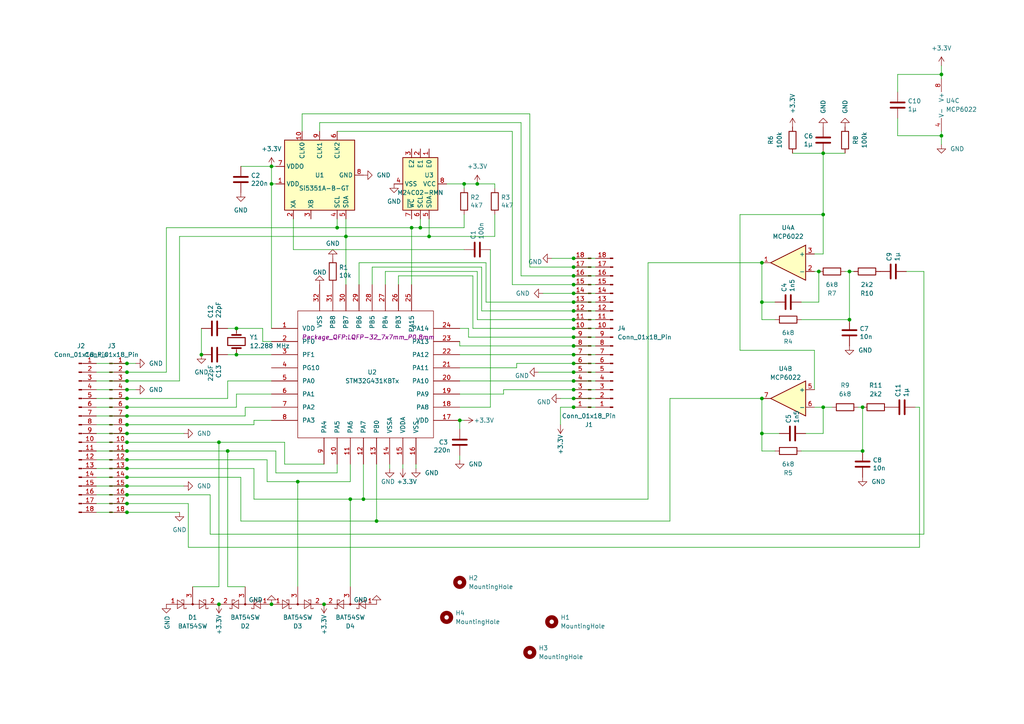
<source format=kicad_sch>
(kicad_sch (version 20250114) (generator "eeschema") (generator_version "9.0")
  (paper "A4")
  (title_block (title "SQUEOW!") (date "2025-02-17") (rev "v1.3") (comment 1 "square meow!"))
  (lib_symbols
    (symbol "Amplifier_Operational:MCP6022" (pin_names (offset 0.127))
      (property "Reference" "U" (at 0 5.08 0))
      (property "Value" "MCP6022" (at 0 -5.08 0))
      (symbol "MCP6022_1_1"
        (polyline (pts (xy -5.08 5.08) (xy 5.08 0) (xy -5.08 -5.08) (xy -5.08 5.08)) (stroke (width 0.254)) (fill (type background)))
        (pin input line (at -7.62 2.54 0) (length 2.54) (name "+") (number "3"))
        (pin input line (at -7.62 -2.54 0) (length 2.54) (name "-") (number "2"))
        (pin output line (at 7.62 0 180) (length 2.54) (name "~") (number "1"))
      )
      (symbol "MCP6022_2_1"
        (polyline (pts (xy -5.08 5.08) (xy 5.08 0) (xy -5.08 -5.08) (xy -5.08 5.08)) (stroke (width 0.254)) (fill (type background)))
        (pin input line (at -7.62 2.54 0) (length 2.54) (name "+") (number "5"))
        (pin input line (at -7.62 -2.54 0) (length 2.54) (name "-") (number "6"))
        (pin output line (at 7.62 0 180) (length 2.54) (name "~") (number "7"))
      )
      (symbol "MCP6022_3_1"
        (pin power_in line (at -2.54 7.62 270) (length 3.81) (name "V+") (number "8"))
        (pin power_in line (at -2.54 -7.62 90) (length 3.81) (name "V-") (number "4"))
      )
    )
    (symbol "Connector:Conn_01x18_Pin" (pin_names (offset 1.016) (hide yes))
      (property "Reference" "J" (at 0 22.86 0))
      (property "Value" "Conn_01x18_Pin" (at 0 -25.4 0))
      (symbol "Conn_01x18_Pin_1_1"
        (rectangle (start 0.8636 20.447) (end 0 20.193) (stroke (width 0.1524)) (fill (type outline)))
        (rectangle (start 0.8636 17.907) (end 0 17.653) (stroke (width 0.1524)) (fill (type outline)))
        (rectangle (start 0.8636 15.367) (end 0 15.113) (stroke (width 0.1524)) (fill (type outline)))
        (rectangle (start 0.8636 12.827) (end 0 12.573) (stroke (width 0.1524)) (fill (type outline)))
        (rectangle (start 0.8636 10.287) (end 0 10.033) (stroke (width 0.1524)) (fill (type outline)))
        (rectangle (start 0.8636 7.747) (end 0 7.493) (stroke (width 0.1524)) (fill (type outline)))
        (rectangle (start 0.8636 5.207) (end 0 4.953) (stroke (width 0.1524)) (fill (type outline)))
        (rectangle (start 0.8636 2.667) (end 0 2.413) (stroke (width 0.1524)) (fill (type outline)))
        (rectangle (start 0.8636 0.127) (end 0 -0.127) (stroke (width 0.1524)) (fill (type outline)))
        (rectangle (start 0.8636 -2.413) (end 0 -2.667) (stroke (width 0.1524)) (fill (type outline)))
        (rectangle (start 0.8636 -4.953) (end 0 -5.207) (stroke (width 0.1524)) (fill (type outline)))
        (rectangle (start 0.8636 -7.493) (end 0 -7.747) (stroke (width 0.1524)) (fill (type outline)))
        (rectangle (start 0.8636 -10.033) (end 0 -10.287) (stroke (width 0.1524)) (fill (type outline)))
        (rectangle (start 0.8636 -12.573) (end 0 -12.827) (stroke (width 0.1524)) (fill (type outline)))
        (rectangle (start 0.8636 -15.113) (end 0 -15.367) (stroke (width 0.1524)) (fill (type outline)))
        (rectangle (start 0.8636 -17.653) (end 0 -17.907) (stroke (width 0.1524)) (fill (type outline)))
        (rectangle (start 0.8636 -20.193) (end 0 -20.447) (stroke (width 0.1524)) (fill (type outline)))
        (rectangle (start 0.8636 -22.733) (end 0 -22.987) (stroke (width 0.1524)) (fill (type outline)))
        (polyline (pts (xy 1.27 20.32) (xy 0.8636 20.32)) (stroke (width 0.1524)))
        (polyline (pts (xy 1.27 17.78) (xy 0.8636 17.78)) (stroke (width 0.1524)))
        (polyline (pts (xy 1.27 15.24) (xy 0.8636 15.24)) (stroke (width 0.1524)))
        (polyline (pts (xy 1.27 12.7) (xy 0.8636 12.7)) (stroke (width 0.1524)))
        (polyline (pts (xy 1.27 10.16) (xy 0.8636 10.16)) (stroke (width 0.1524)))
        (polyline (pts (xy 1.27 7.62) (xy 0.8636 7.62)) (stroke (width 0.1524)))
        (polyline (pts (xy 1.27 5.08) (xy 0.8636 5.08)) (stroke (width 0.1524)))
        (polyline (pts (xy 1.27 2.54) (xy 0.8636 2.54)) (stroke (width 0.1524)))
        (polyline (pts (xy 1.27 0) (xy 0.8636 0)) (stroke (width 0.1524)))
        (polyline (pts (xy 1.27 -2.54) (xy 0.8636 -2.54)) (stroke (width 0.1524)))
        (polyline (pts (xy 1.27 -5.08) (xy 0.8636 -5.08)) (stroke (width 0.1524)))
        (polyline (pts (xy 1.27 -7.62) (xy 0.8636 -7.62)) (stroke (width 0.1524)))
        (polyline (pts (xy 1.27 -10.16) (xy 0.8636 -10.16)) (stroke (width 0.1524)))
        (polyline (pts (xy 1.27 -12.7) (xy 0.8636 -12.7)) (stroke (width 0.1524)))
        (polyline (pts (xy 1.27 -15.24) (xy 0.8636 -15.24)) (stroke (width 0.1524)))
        (polyline (pts (xy 1.27 -17.78) (xy 0.8636 -17.78)) (stroke (width 0.1524)))
        (polyline (pts (xy 1.27 -20.32) (xy 0.8636 -20.32)) (stroke (width 0.1524)))
        (polyline (pts (xy 1.27 -22.86) (xy 0.8636 -22.86)) (stroke (width 0.1524)))
        (pin passive line (at 5.08 20.32 180) (length 3.81) (name "Pin_1") (number "1"))
        (pin passive line (at 5.08 17.78 180) (length 3.81) (name "Pin_2") (number "2"))
        (pin passive line (at 5.08 15.24 180) (length 3.81) (name "Pin_3") (number "3"))
        (pin passive line (at 5.08 12.7 180) (length 3.81) (name "Pin_4") (number "4"))
        (pin passive line (at 5.08 10.16 180) (length 3.81) (name "Pin_5") (number "5"))
        (pin passive line (at 5.08 7.62 180) (length 3.81) (name "Pin_6") (number "6"))
        (pin passive line (at 5.08 5.08 180) (length 3.81) (name "Pin_7") (number "7"))
        (pin passive line (at 5.08 2.54 180) (length 3.81) (name "Pin_8") (number "8"))
        (pin passive line (at 5.08 0 180) (length 3.81) (name "Pin_9") (number "9"))
        (pin passive line (at 5.08 -2.54 180) (length 3.81) (name "Pin_10") (number "10"))
        (pin passive line (at 5.08 -5.08 180) (length 3.81) (name "Pin_11") (number "11"))
        (pin passive line (at 5.08 -7.62 180) (length 3.81) (name "Pin_12") (number "12"))
        (pin passive line (at 5.08 -10.16 180) (length 3.81) (name "Pin_13") (number "13"))
        (pin passive line (at 5.08 -12.7 180) (length 3.81) (name "Pin_14") (number "14"))
        (pin passive line (at 5.08 -15.24 180) (length 3.81) (name "Pin_15") (number "15"))
        (pin passive line (at 5.08 -17.78 180) (length 3.81) (name "Pin_16") (number "16"))
        (pin passive line (at 5.08 -20.32 180) (length 3.81) (name "Pin_17") (number "17"))
        (pin passive line (at 5.08 -22.86 180) (length 3.81) (name "Pin_18") (number "18"))
      )
    )
    (symbol "Device:C" (pin_numbers (hide yes)) (pin_names (offset 0.254))
      (property "Reference" "C" (at 0.635 2.54 0))
      (property "Value" "C" (at 0.635 -2.54 0))
      (symbol "C_0_1"
        (polyline (pts (xy -2.032 0.762) (xy 2.032 0.762)) (stroke (width 0.508)))
        (polyline (pts (xy -2.032 -0.762) (xy 2.032 -0.762)) (stroke (width 0.508)))
      )
      (symbol "C_1_1"
        (pin passive line (at 0 3.81 270) (length 2.794) (name "~") (number "1"))
        (pin passive line (at 0 -3.81 90) (length 2.794) (name "~") (number "2"))
      )
    )
    (symbol "Device:Crystal" (pin_numbers (hide yes)) (pin_names (offset 1.016) (hide yes))
      (property "Reference" "Y" (at 0 3.81 0))
      (property "Value" "Crystal" (at 0 -3.81 0))
      (symbol "Crystal_0_1"
        (polyline (pts (xy -2.54 0) (xy -1.905 0)))
        (polyline (pts (xy -1.905 -1.27) (xy -1.905 1.27)) (stroke (width 0.508)))
        (rectangle (start -1.143 2.54) (end 1.143 -2.54) (stroke (width 0.3048)))
        (polyline (pts (xy 1.905 -1.27) (xy 1.905 1.27)) (stroke (width 0.508)))
        (polyline (pts (xy 2.54 0) (xy 1.905 0)))
      )
      (symbol "Crystal_1_1"
        (pin passive line (at -3.81 0 0) (length 1.27) (name "1") (number "1"))
        (pin passive line (at 3.81 0 180) (length 1.27) (name "2") (number "2"))
      )
    )
    (symbol "Device:R" (pin_numbers (hide yes)) (pin_names (offset 0))
      (property "Reference" "R" (at 2.032 0 90))
      (property "Value" "Device_R" (at 0 0 90))
      (symbol "R_0_1"
        (rectangle (start -1.016 -2.54) (end 1.016 2.54) (stroke (width 0.254)))
      )
      (symbol "R_1_1"
        (pin passive line (at 0 3.81 270) (length 1.27) (name "~") (number "1"))
        (pin passive line (at 0 -3.81 90) (length 1.27) (name "~") (number "2"))
      )
    )
    (symbol "Diode:BAT54SW" (pin_names (offset 1.016))
      (property "Reference" "D" (at 0.635 -3.81 0))
      (property "Value" "BAT54SW" (at -6.35 3.175 0))
      (symbol "BAT54SW_0_1"
        (polyline (pts (xy -4.445 1.27) (xy -4.445 -1.27) (xy -2.54 0) (xy -4.445 1.27)))
        (polyline (pts (xy -3.81 0) (xy -1.27 0)))
        (polyline (pts (xy -3.175 -1.27) (xy -3.175 -1.016)))
        (polyline (pts (xy -2.54 1.27) (xy -1.905 1.27)))
        (polyline (pts (xy -2.54 -1.27) (xy -3.175 -1.27)))
        (polyline (pts (xy -2.54 -1.27) (xy -2.54 1.27)))
        (polyline (pts (xy -1.905 1.27) (xy -1.905 1.016)))
        (polyline (pts (xy -1.905 0) (xy 1.905 0)))
        (circle (center 0 0) (radius 0.254) (fill (type outline)))
        (polyline (pts (xy 1.27 0) (xy 3.81 0)))
        (polyline (pts (xy 1.905 1.27) (xy 1.905 -1.27) (xy 3.81 0) (xy 1.905 1.27)))
        (polyline (pts (xy 3.175 -1.27) (xy 3.175 -1.016)))
        (polyline (pts (xy 3.81 1.27) (xy 4.445 1.27)))
        (polyline (pts (xy 3.81 -1.27) (xy 3.175 -1.27)))
        (polyline (pts (xy 3.81 -1.27) (xy 3.81 1.27)))
        (polyline (pts (xy 4.445 1.27) (xy 4.445 1.016)))
      )
      (symbol "BAT54SW_1_1"
        (pin passive line (at -7.62 0 0) (length 3.81) (name "~") (number "1"))
        (pin passive line (at 0 -5.08 90) (length 5.08) (name "~") (number "3"))
        (pin passive line (at 7.62 0 180) (length 3.81) (name "~") (number "2"))
      )
    )
    (symbol "Mechanical:MountingHole" (pin_names (offset 1.016)) (exclude_from_sim yes) (in_bom no)
      (property "Reference" "H" (at 0 5.08 0))
      (property "Value" "MountingHole" (at 0 3.175 0))
      (symbol "MountingHole_0_1"
        (circle (center 0 0) (radius 1.27) (stroke (width 1.27)))
      )
    )
    (symbol "Memory_EEPROM:M24C02-RMN"
      (property "Reference" "U" (at -6.35 6.35 0))
      (property "Value" "Memory_EEPROM_M24C02-RMN" (at 7.62 6.35 0))
      (symbol "M24C02-RMN_0_1"
        (rectangle (start -7.62 5.08) (end 7.62 -5.08) (stroke (width 0.254)) (fill (type background)))
      )
      (symbol "M24C02-RMN_1_1"
        (pin input line (at -10.16 2.54 0) (length 2.54) (name "E0") (number "1"))
        (pin input line (at -10.16 0 0) (length 2.54) (name "E1") (number "2"))
        (pin input line (at -10.16 -2.54 0) (length 2.54) (name "E2") (number "3"))
        (pin power_in line (at 0 7.62 270) (length 2.54) (name "VCC") (number "8"))
        (pin power_in line (at 0 -7.62 90) (length 2.54) (name "VSS") (number "4"))
        (pin bidirectional line (at 10.16 2.54 180) (length 2.54) (name "SDA") (number "5"))
        (pin input line (at 10.16 0 180) (length 2.54) (name "SCL") (number "6"))
        (pin input line (at 10.16 -2.54 180) (length 2.54) (name "~{WC}") (number "7"))
      )
    )
    (symbol "Oscillator:Si5351A-B-GT"
      (property "Reference" "U" (at -8.89 11.43 0))
      (property "Value" "Si5351A-B-GT" (at -12.7 -12.7 0))
      (symbol "Si5351A-B-GT_0_1"
        (rectangle (start -10.16 10.16) (end 10.16 -10.16) (stroke (width 0.254)) (fill (type background)))
      )
      (symbol "Si5351A-B-GT_1_1"
        (pin input line (at -12.7 7.62 0) (length 2.54) (name "XA") (number "2"))
        (pin input line (at -12.7 2.54 0) (length 2.54) (name "XB") (number "3"))
        (pin input line (at -12.7 -5.08 0) (length 2.54) (name "SCL") (number "4"))
        (pin bidirectional line (at -12.7 -7.62 0) (length 2.54) (name "SDA") (number "5"))
        (pin power_in line (at -2.54 12.7 270) (length 2.54) (name "VDD") (number "1"))
        (pin power_in line (at 0 -12.7 90) (length 2.54) (name "GND") (number "8"))
        (pin power_in line (at 2.54 12.7 270) (length 2.54) (name "VDDO") (number "7"))
        (pin output line (at 12.7 5.08 180) (length 2.54) (name "CLK0") (number "10"))
        (pin output line (at 12.7 0 180) (length 2.54) (name "CLK1") (number "9"))
        (pin output line (at 12.7 -5.08 180) (length 2.54) (name "CLK2") (number "6"))
      )
    )
    (symbol "R_1" (pin_numbers (hide yes)) (pin_names (offset 0))
      (property "Reference" "R" (at 2.032 0 90))
      (property "Value" "R" (at 0 0 90))
      (symbol "R_1_0_1"
        (rectangle (start -1.016 -2.54) (end 1.016 2.54) (stroke (width 0.254)))
      )
      (symbol "R_1_1_1"
        (pin passive line (at 0 3.81 270) (length 1.27) (name "~") (number "1"))
        (pin passive line (at 0 -3.81 90) (length 1.27) (name "~") (number "2"))
      )
    )
    (symbol "cesco:STM32G431KBTx" (pin_names (offset 1.27))
      (property "Reference" "U" (at 0 2.54 0))
      (property "Value" "STM32G431KBTx" (at 0 -2.54 0))
      (property "Footprint" "LQFP32" (at 0 -5.08 0))
      (symbol "STM32G431KBTx_0_1"
        (rectangle (start -21.59 19.05) (end 17.78 -17.78))
      )
      (symbol "STM32G431KBTx_1_1"
        (pin power_in line (at -29.21 13.97 0) (length 7.62) (name "VDD") (number "1"))
        (pin bidirectional line (at -29.21 10.16 0) (length 7.62) (name "PF0") (number "2"))
        (pin bidirectional line (at -29.21 6.35 0) (length 7.62) (name "PF1") (number "3"))
        (pin bidirectional line (at -29.21 2.54 0) (length 7.62) (name "PG10") (number "4"))
        (pin bidirectional line (at -29.21 -1.27 0) (length 7.62) (name "PA0") (number "5"))
        (pin bidirectional line (at -29.21 -5.08 0) (length 7.62) (name "PA1") (number "6"))
        (pin bidirectional line (at -29.21 -8.89 0) (length 7.62) (name "PA2") (number "7"))
        (pin bidirectional line (at -29.21 -12.7 0) (length 7.62) (name "PA3") (number "8"))
        (pin power_in line (at -15.24 26.67 270) (length 7.62) (name "VSS") (number "32"))
        (pin bidirectional line (at -13.97 -25.4 90) (length 7.62) (name "PA4") (number "9"))
        (pin bidirectional line (at -11.43 26.67 270) (length 7.62) (name "PB8") (number "31"))
        (pin bidirectional line (at -10.16 -25.4 90) (length 7.62) (name "PA5") (number "10"))
        (pin bidirectional line (at -7.62 26.67 270) (length 7.62) (name "PB7") (number "30"))
        (pin bidirectional line (at -6.35 -25.4 90) (length 7.62) (name "PA6") (number "11"))
        (pin bidirectional line (at -3.81 26.67 270) (length 7.62) (name "PB6") (number "29"))
        (pin bidirectional line (at -2.54 -25.4 90) (length 7.62) (name "PA7") (number "12"))
        (pin bidirectional line (at 0 26.67 270) (length 7.62) (name "PB5") (number "28"))
        (pin bidirectional line (at 1.27 -25.4 90) (length 7.62) (name "PB0") (number "13"))
        (pin bidirectional line (at 3.81 26.67 270) (length 7.62) (name "PB4") (number "27"))
        (pin power_in line (at 5.08 -25.4 90) (length 7.62) (name "VSSA") (number "14"))
        (pin bidirectional line (at 7.62 26.67 270) (length 7.62) (name "PB3") (number "26"))
        (pin power_in line (at 8.89 -25.4 90) (length 7.62) (name "VDDA") (number "15"))
        (pin bidirectional line (at 11.43 26.67 270) (length 7.62) (name "PA15") (number "25"))
        (pin power_in line (at 12.7 -25.4 90) (length 7.62) (name "VSS") (number "16"))
        (pin bidirectional line (at 25.4 13.97 180) (length 7.62) (name "PA14") (number "24"))
        (pin bidirectional line (at 25.4 10.16 180) (length 7.62) (name "PA13") (number "23"))
        (pin bidirectional line (at 25.4 6.35 180) (length 7.62) (name "PA12") (number "22"))
        (pin bidirectional line (at 25.4 2.54 180) (length 7.62) (name "PA11") (number "21"))
        (pin bidirectional line (at 25.4 -1.27 180) (length 7.62) (name "PA10") (number "20"))
        (pin bidirectional line (at 25.4 -5.08 180) (length 7.62) (name "PA9") (number "19"))
        (pin bidirectional line (at 25.4 -8.89 180) (length 7.62) (name "PA8") (number "18"))
        (pin power_in line (at 25.4 -12.7 180) (length 7.62) (name "VDD") (number "17"))
      )
    )
    (symbol "power:+3.3V" (power) (pin_names (offset 0))
      (property "Value" "+3.3V" (at 0 3.556 0))
      (symbol "+3.3V_0_1"
        (polyline (pts (xy -0.762 1.27) (xy 0 2.54)))
        (polyline (pts (xy 0 2.54) (xy 0.762 1.27)))
        (polyline (pts (xy 0 0) (xy 0 2.54)))
      )
      (symbol "+3.3V_1_1"
        (pin power_in line (at 0 0 90) (length 0) (hide yes) (name "+3.3V") (number "1"))
      )
    )
    (symbol "power:GND" (power) (pin_names (offset 0))
      (property "Value" "GND" (at 0 -3.81 0))
      (symbol "GND_0_1"
        (polyline (pts (xy 0 0) (xy 0 -1.27) (xy 1.27 -1.27) (xy 0 -2.54) (xy -1.27 -1.27) (xy 0 -1.27)))
      )
      (symbol "GND_1_1"
        (pin power_in line (at 0 0 270) (length 0) (hide yes) (name "GND") (number "1"))
      )
    )
  )
  (junction (at 220.98 115.57))
  (junction (at 119.38 66.04))
  (junction (at 166.37 100.33))
  (junction (at 220.98 76.2))
  (junction (at 273.05 39.37))
  (junction (at 97.79 66.04))
  (junction (at 238.76 44.45))
  (junction (at 133.35 121.92))
  (junction (at 36.83 110.49))
  (junction (at 101.6 144.78))
  (junction (at 220.98 87.63))
  (junction (at 36.83 133.35))
  (junction (at 220.98 125.73))
  (junction (at 36.83 138.43))
  (junction (at 36.83 130.81))
  (junction (at 166.37 95.25))
  (junction (at 36.83 128.27))
  (junction (at 138.43 53.34))
  (junction (at 36.83 148.59))
  (junction (at 166.37 118.11))
  (junction (at 36.83 118.11))
  (junction (at 166.37 74.93))
  (junction (at 66.04 130.81))
  (junction (at 238.76 62.23))
  (junction (at 273.05 21.59))
  (junction (at 100.33 68.58))
  (junction (at 63.5 175.26))
  (junction (at 166.37 110.49))
  (junction (at 166.37 77.47))
  (junction (at 93.98 175.26))
  (junction (at 86.36 139.7))
  (junction (at 246.38 78.74))
  (junction (at 121.92 66.04))
  (junction (at 250.19 118.11))
  (junction (at 134.62 53.34))
  (junction (at 166.37 107.95))
  (junction (at 68.58 95.25))
  (junction (at 166.37 80.01))
  (junction (at 105.41 144.78))
  (junction (at 238.76 118.11))
  (junction (at 124.46 68.58))
  (junction (at 36.83 105.41))
  (junction (at 36.83 120.65))
  (junction (at 36.83 140.97))
  (junction (at 36.83 125.73))
  (junction (at 246.38 92.71))
  (junction (at 78.74 53.34))
  (junction (at 166.37 113.03))
  (junction (at 36.83 143.51))
  (junction (at 250.19 130.81))
  (junction (at 166.37 85.09))
  (junction (at 63.5 128.27))
  (junction (at 166.37 105.41))
  (junction (at 166.37 97.79))
  (junction (at 237.49 78.74))
  (junction (at 166.37 92.71))
  (junction (at 36.83 113.03))
  (junction (at 166.37 102.87))
  (junction (at 36.83 123.19))
  (junction (at 166.37 87.63))
  (junction (at 166.37 90.17))
  (junction (at 68.58 102.87))
  (junction (at 36.83 135.89))
  (junction (at 166.37 115.57))
  (junction (at 78.74 48.26))
  (junction (at 58.42 102.87))
  (junction (at 78.74 175.26))
  (junction (at 166.37 82.55))
  (junction (at 36.83 146.05))
  (junction (at 36.83 107.95))
  (junction (at 36.83 115.57))
  (junction (at 109.22 151.13))
  (wire (pts (xy 260.35 34.29) (xy 260.35 39.37)))
  (wire (pts (xy 220.98 130.81) (xy 220.98 125.73)))
  (wire (pts (xy 85.09 72.39) (xy 85.09 63.5)))
  (wire (pts (xy 129.54 53.34) (xy 134.62 53.34)))
  (wire (pts (xy 166.37 105.41) (xy 172.72 105.41)))
  (wire (pts (xy 36.83 107.95) (xy 48.26 107.95)))
  (wire (pts (xy 238.76 44.45) (xy 238.76 62.23)))
  (wire (pts (xy 107.95 82.55) (xy 107.95 77.47)))
  (wire (pts (xy 66.04 102.87) (xy 68.58 102.87)))
  (wire (pts (xy 133.35 99.06) (xy 133.35 100.33)))
  (wire (pts (xy 36.83 120.65) (xy 71.12 120.65)))
  (wire (pts (xy 97.79 137.16) (xy 80.01 137.16)))
  (wire (pts (xy 52.07 68.58) (xy 100.33 68.58)))
  (wire (pts (xy 68.58 114.3) (xy 78.74 114.3)))
  (wire (pts (xy 134.62 121.92) (xy 133.35 121.92)))
  (wire (pts (xy 214.63 101.6) (xy 214.63 62.23)))
  (wire (pts (xy 36.83 133.35) (xy 77.47 133.35)))
  (wire (pts (xy 220.98 76.2) (xy 220.98 87.63)))
  (wire (pts (xy 80.01 137.16) (xy 80.01 130.81)))
  (wire (pts (xy 100.33 68.58) (xy 100.33 82.55)))
  (wire (pts (xy 134.62 53.34) (xy 134.62 54.61)))
  (wire (pts (xy 36.83 135.89) (xy 73.66 135.89)))
  (wire (pts (xy 71.12 118.11) (xy 78.74 118.11)))
  (wire (pts (xy 153.67 33.02) (xy 153.67 77.47)))
  (wire (pts (xy 104.14 82.55) (xy 104.14 76.2)))
  (wire (pts (xy 166.37 80.01) (xy 172.72 80.01)))
  (wire (pts (xy 260.35 39.37) (xy 273.05 39.37)))
  (wire (pts (xy 166.37 113.03) (xy 172.72 113.03)))
  (wire (pts (xy 238.76 73.66) (xy 236.22 73.66)))
  (wire (pts (xy 194.31 115.57) (xy 220.98 115.57)))
  (wire (pts (xy 273.05 39.37) (xy 273.05 38.1)))
  (wire (pts (xy 246.38 78.74) (xy 247.65 78.74)))
  (wire (pts (xy 63.5 170.18) (xy 63.5 128.27)))
  (wire (pts (xy 92.71 35.56) (xy 151.13 35.56)))
  (wire (pts (xy 78.74 48.26) (xy 80.01 48.26)))
  (wire (pts (xy 36.83 115.57) (xy 66.04 115.57)))
  (wire (pts (xy 133.35 132.08) (xy 133.35 133.35)))
  (wire (pts (xy 36.83 146.05) (xy 27.94 146.05)))
  (wire (pts (xy 236.22 101.6) (xy 214.63 101.6)))
  (wire (pts (xy 237.49 87.63) (xy 237.49 78.74)))
  (wire (pts (xy 36.83 143.51) (xy 60.96 143.51)))
  (wire (pts (xy 238.76 62.23) (xy 238.76 73.66)))
  (wire (pts (xy 133.35 102.87) (xy 166.37 102.87)))
  (wire (pts (xy 220.98 125.73) (xy 220.98 115.57)))
  (wire (pts (xy 78.74 53.34) (xy 78.74 48.26)))
  (wire (pts (xy 82.55 128.27) (xy 82.55 134.62)))
  (wire (pts (xy 60.96 143.51) (xy 60.96 154.94)))
  (wire (pts (xy 238.76 44.45) (xy 245.11 44.45)))
  (wire (pts (xy 73.66 135.89) (xy 73.66 144.78)))
  (wire (pts (xy 266.7 158.75) (xy 266.7 118.11)))
  (wire (pts (xy 220.98 130.81) (xy 224.79 130.81)))
  (wire (pts (xy 166.37 90.17) (xy 172.72 90.17)))
  (wire (pts (xy 73.66 123.19) (xy 73.66 121.92)))
  (wire (pts (xy 36.83 105.41) (xy 39.37 105.41)))
  (wire (pts (xy 135.89 97.79) (xy 166.37 97.79)))
  (wire (pts (xy 137.16 95.25) (xy 166.37 95.25)))
  (wire (pts (xy 27.94 130.81) (xy 36.83 130.81)))
  (wire (pts (xy 166.37 77.47) (xy 172.72 77.47)))
  (wire (pts (xy 140.97 76.2) (xy 140.97 87.63)))
  (wire (pts (xy 36.83 140.97) (xy 53.34 140.97)))
  (wire (pts (xy 121.92 63.5) (xy 121.92 66.04)))
  (wire (pts (xy 71.12 120.65) (xy 71.12 118.11)))
  (wire (pts (xy 220.98 92.71) (xy 220.98 87.63)))
  (wire (pts (xy 100.33 63.5) (xy 100.33 68.58)))
  (wire (pts (xy 139.7 90.17) (xy 166.37 90.17)))
  (wire (pts (xy 27.94 110.49) (xy 36.83 110.49)))
  (wire (pts (xy 265.43 118.11) (xy 266.7 118.11)))
  (wire (pts (xy 120.65 135.89) (xy 120.65 134.62)))
  (wire (pts (xy 151.13 35.56) (xy 151.13 80.01)))
  (wire (pts (xy 66.04 110.49) (xy 78.74 110.49)))
  (wire (pts (xy 27.94 105.41) (xy 36.83 105.41)))
  (wire (pts (xy 86.36 139.7) (xy 86.36 170.18)))
  (wire (pts (xy 58.42 95.25) (xy 58.42 102.87)))
  (wire (pts (xy 224.79 92.71) (xy 220.98 92.71)))
  (wire (pts (xy 160.02 74.93) (xy 166.37 74.93)))
  (wire (pts (xy 27.94 140.97) (xy 36.83 140.97)))
  (wire (pts (xy 115.57 82.55) (xy 115.57 80.01)))
  (wire (pts (xy 148.59 82.55) (xy 166.37 82.55)))
  (wire (pts (xy 133.35 114.3) (xy 146.05 114.3)))
  (wire (pts (xy 143.51 68.58) (xy 124.46 68.58)))
  (wire (pts (xy 166.37 102.87) (xy 172.72 102.87)))
  (wire (pts (xy 69.85 48.26) (xy 78.74 48.26)))
  (wire (pts (xy 138.43 78.74) (xy 138.43 92.71)))
  (wire (pts (xy 36.83 146.05) (xy 54.61 146.05)))
  (wire (pts (xy 76.2 99.06) (xy 76.2 95.25)))
  (wire (pts (xy 133.35 110.49) (xy 166.37 110.49)))
  (wire (pts (xy 27.94 118.11) (xy 36.83 118.11)))
  (wire (pts (xy 27.94 107.95) (xy 36.83 107.95)))
  (wire (pts (xy 133.35 95.25) (xy 135.89 95.25)))
  (wire (pts (xy 142.24 72.39) (xy 142.24 118.11)))
  (wire (pts (xy 166.37 92.71) (xy 172.72 92.71)))
  (wire (pts (xy 116.84 134.62) (xy 116.84 135.89)))
  (wire (pts (xy 107.95 77.47) (xy 139.7 77.47)))
  (wire (pts (xy 143.51 62.23) (xy 143.51 68.58)))
  (wire (pts (xy 78.74 53.34) (xy 80.01 53.34)))
  (wire (pts (xy 267.97 78.74) (xy 267.97 154.94)))
  (wire (pts (xy 133.35 121.92) (xy 133.35 124.46)))
  (wire (pts (xy 105.41 144.78) (xy 187.96 144.78)))
  (wire (pts (xy 166.37 118.11) (xy 172.72 118.11)))
  (wire (pts (xy 187.96 76.2) (xy 220.98 76.2)))
  (wire (pts (xy 166.37 115.57) (xy 172.72 115.57)))
  (wire (pts (xy 54.61 158.75) (xy 54.61 146.05)))
  (wire (pts (xy 166.37 85.09) (xy 172.72 85.09)))
  (wire (pts (xy 232.41 130.81) (xy 250.19 130.81)))
  (wire (pts (xy 97.79 38.1) (xy 148.59 38.1)))
  (wire (pts (xy 86.36 139.7) (xy 77.47 139.7)))
  (wire (pts (xy 143.51 53.34) (xy 143.51 54.61)))
  (wire (pts (xy 109.22 134.62) (xy 109.22 151.13)))
  (wire (pts (xy 27.94 135.89) (xy 36.83 135.89)))
  (wire (pts (xy 262.89 78.74) (xy 267.97 78.74)))
  (wire (pts (xy 36.83 113.03) (xy 39.37 113.03)))
  (wire (pts (xy 166.37 110.49) (xy 172.72 110.49)))
  (wire (pts (xy 238.76 118.11) (xy 236.22 118.11)))
  (wire (pts (xy 149.86 106.68) (xy 149.86 105.41)))
  (wire (pts (xy 27.94 115.57) (xy 36.83 115.57)))
  (wire (pts (xy 78.74 53.34) (xy 78.74 95.25)))
  (wire (pts (xy 229.87 44.45) (xy 238.76 44.45)))
  (wire (pts (xy 66.04 130.81) (xy 66.04 170.18)))
  (wire (pts (xy 134.62 53.34) (xy 138.43 53.34)))
  (wire (pts (xy 27.94 138.43) (xy 36.83 138.43)))
  (wire (pts (xy 157.48 85.09) (xy 166.37 85.09)))
  (wire (pts (xy 27.94 120.65) (xy 36.83 120.65)))
  (wire (pts (xy 52.07 110.49) (xy 52.07 68.58)))
  (wire (pts (xy 149.86 105.41) (xy 166.37 105.41)))
  (wire (pts (xy 194.31 151.13) (xy 194.31 115.57)))
  (wire (pts (xy 73.66 121.92) (xy 78.74 121.92)))
  (wire (pts (xy 97.79 66.04) (xy 97.79 63.5)))
  (wire (pts (xy 238.76 125.73) (xy 238.76 118.11)))
  (wire (pts (xy 166.37 100.33) (xy 172.72 100.33)))
  (wire (pts (xy 267.97 154.94) (xy 60.96 154.94)))
  (wire (pts (xy 187.96 76.2) (xy 187.96 144.78)))
  (wire (pts (xy 97.79 66.04) (xy 48.26 66.04)))
  (wire (pts (xy 105.41 134.62) (xy 105.41 144.78)))
  (wire (pts (xy 273.05 41.91) (xy 273.05 39.37)))
  (wire (pts (xy 109.22 151.13) (xy 194.31 151.13)))
  (wire (pts (xy 27.94 148.59) (xy 36.83 148.59)))
  (wire (pts (xy 104.14 76.2) (xy 140.97 76.2)))
  (wire (pts (xy 36.83 130.81) (xy 66.04 130.81)))
  (wire (pts (xy 135.89 95.25) (xy 135.89 97.79)))
  (wire (pts (xy 248.92 118.11) (xy 250.19 118.11)))
  (wire (pts (xy 133.35 106.68) (xy 149.86 106.68)))
  (wire (pts (xy 142.24 118.11) (xy 133.35 118.11)))
  (wire (pts (xy 36.83 110.49) (xy 52.07 110.49)))
  (wire (pts (xy 166.37 95.25) (xy 172.72 95.25)))
  (wire (pts (xy 77.47 139.7) (xy 77.47 133.35)))
  (wire (pts (xy 146.05 113.03) (xy 166.37 113.03)))
  (wire (pts (xy 134.62 66.04) (xy 134.62 62.23)))
  (wire (pts (xy 273.05 19.05) (xy 273.05 21.59)))
  (wire (pts (xy 36.83 118.11) (xy 68.58 118.11)))
  (wire (pts (xy 137.16 80.01) (xy 137.16 95.25)))
  (wire (pts (xy 166.37 87.63) (xy 172.72 87.63)))
  (wire (pts (xy 27.94 113.03) (xy 36.83 113.03)))
  (wire (pts (xy 273.05 21.59) (xy 273.05 22.86)))
  (wire (pts (xy 153.67 77.47) (xy 166.37 77.47)))
  (wire (pts (xy 101.6 134.62) (xy 101.6 139.7)))
  (wire (pts (xy 36.83 128.27) (xy 63.5 128.27)))
  (wire (pts (xy 105.41 144.78) (xy 101.6 144.78)))
  (wire (pts (xy 140.97 87.63) (xy 166.37 87.63)))
  (wire (pts (xy 27.94 143.51) (xy 36.83 143.51)))
  (wire (pts (xy 246.38 78.74) (xy 245.11 78.74)))
  (wire (pts (xy 97.79 66.04) (xy 119.38 66.04)))
  (wire (pts (xy 48.26 66.04) (xy 48.26 107.95)))
  (wire (pts (xy 68.58 102.87) (xy 78.74 102.87)))
  (wire (pts (xy 250.19 130.81) (xy 250.19 118.11)))
  (wire (pts (xy 166.37 82.55) (xy 172.72 82.55)))
  (wire (pts (xy 87.63 33.02) (xy 153.67 33.02)))
  (wire (pts (xy 66.04 115.57) (xy 66.04 110.49)))
  (wire (pts (xy 36.83 148.59) (xy 52.07 148.59)))
  (wire (pts (xy 166.37 74.93) (xy 172.72 74.93)))
  (wire (pts (xy 100.33 68.58) (xy 124.46 68.58)))
  (wire (pts (xy 138.43 92.71) (xy 166.37 92.71)))
  (wire (pts (xy 71.12 170.18) (xy 66.04 170.18)))
  (wire (pts (xy 76.2 95.25) (xy 68.58 95.25)))
  (wire (pts (xy 214.63 62.23) (xy 238.76 62.23)))
  (wire (pts (xy 166.37 107.95) (xy 172.72 107.95)))
  (wire (pts (xy 63.5 128.27) (xy 82.55 128.27)))
  (wire (pts (xy 80.01 130.81) (xy 66.04 130.81)))
  (wire (pts (xy 69.85 138.43) (xy 69.85 151.13)))
  (wire (pts (xy 27.94 123.19) (xy 36.83 123.19)))
  (wire (pts (xy 92.71 38.1) (xy 92.71 35.56)))
  (wire (pts (xy 27.94 125.73) (xy 36.83 125.73)))
  (wire (pts (xy 260.35 26.67) (xy 260.35 21.59)))
  (wire (pts (xy 121.92 66.04) (xy 134.62 66.04)))
  (wire (pts (xy 162.56 118.11) (xy 162.56 123.19)))
  (wire (pts (xy 233.68 125.73) (xy 238.76 125.73)))
  (wire (pts (xy 27.94 128.27) (xy 36.83 128.27)))
  (wire (pts (xy 36.83 125.73) (xy 53.34 125.73)))
  (wire (pts (xy 54.61 158.75) (xy 266.7 158.75)))
  (wire (pts (xy 224.79 87.63) (xy 220.98 87.63)))
  (wire (pts (xy 101.6 139.7) (xy 86.36 139.7)))
  (wire (pts (xy 236.22 113.03) (xy 236.22 101.6)))
  (wire (pts (xy 115.57 80.01) (xy 137.16 80.01)))
  (wire (pts (xy 97.79 134.62) (xy 97.79 137.16)))
  (wire (pts (xy 151.13 80.01) (xy 166.37 80.01)))
  (wire (pts (xy 27.94 133.35) (xy 36.83 133.35)))
  (wire (pts (xy 220.98 125.73) (xy 226.06 125.73)))
  (wire (pts (xy 156.21 107.95) (xy 166.37 107.95)))
  (wire (pts (xy 133.35 100.33) (xy 166.37 100.33)))
  (wire (pts (xy 69.85 151.13) (xy 109.22 151.13)))
  (wire (pts (xy 260.35 21.59) (xy 273.05 21.59)))
  (wire (pts (xy 111.76 78.74) (xy 138.43 78.74)))
  (wire (pts (xy 101.6 144.78) (xy 101.6 170.18)))
  (wire (pts (xy 36.83 138.43) (xy 69.85 138.43)))
  (wire (pts (xy 119.38 66.04) (xy 121.92 66.04)))
  (wire (pts (xy 124.46 68.58) (xy 124.46 63.5)))
  (wire (pts (xy 55.88 170.18) (xy 63.5 170.18)))
  (wire (pts (xy 78.74 99.06) (xy 76.2 99.06)))
  (wire (pts (xy 166.37 97.79) (xy 172.72 97.79)))
  (wire (pts (xy 146.05 114.3) (xy 146.05 113.03)))
  (wire (pts (xy 66.04 95.25) (xy 68.58 95.25)))
  (wire (pts (xy 232.41 87.63) (xy 237.49 87.63)))
  (wire (pts (xy 232.41 92.71) (xy 246.38 92.71)))
  (wire (pts (xy 101.6 144.78) (xy 73.66 144.78)))
  (wire (pts (xy 138.43 53.34) (xy 143.51 53.34)))
  (wire (pts (xy 134.62 72.39) (xy 85.09 72.39)))
  (wire (pts (xy 237.49 78.74) (xy 236.22 78.74)))
  (wire (pts (xy 111.76 82.55) (xy 111.76 78.74)))
  (wire (pts (xy 162.56 115.57) (xy 166.37 115.57)))
  (wire (pts (xy 119.38 66.04) (xy 119.38 82.55)))
  (wire (pts (xy 36.83 123.19) (xy 73.66 123.19)))
  (wire (pts (xy 246.38 92.71) (xy 246.38 78.74)))
  (wire (pts (xy 113.03 134.62) (xy 113.03 135.89)))
  (wire (pts (xy 241.3 118.11) (xy 238.76 118.11)))
  (wire (pts (xy 82.55 134.62) (xy 93.98 134.62)))
  (wire (pts (xy 148.59 38.1) (xy 148.59 82.55)))
  (wire (pts (xy 87.63 38.1) (xy 87.63 33.02)))
  (wire (pts (xy 162.56 118.11) (xy 166.37 118.11)))
  (wire (pts (xy 68.58 118.11) (xy 68.58 114.3)))
  (wire (pts (xy 139.7 77.47) (xy 139.7 90.17)))
  (symbol (lib_id "Device:C") (at 250.19 134.62 0) (unit 1)
    (property "Reference" "C8" (at 253.111 133.4516 0) (effects (justify left)))
    (property "Value" "10n" (at 253.111 135.763 0) (effects (justify left)))
    (property "Footprint" "Capacitor_SMD:C_1210_3225Metric_Pad1.33x2.70mm_HandSolder" (effects (hide yes)))
  )
  (symbol (lib_id "power:GND") (at 52.07 148.59 0) (unit 1)
    (property "Reference" "#PWR031" (effects (hide yes)))
    (property "Value" "GND" (at 52.07 153.67 0))
  )
  (symbol (lib_name "R_1") (lib_id "Device:R") (at 251.46 78.74 270) (unit 1)
    (property "Reference" "R10" (at 251.46 85.09 90))
    (property "Value" "2k2" (at 251.46 82.55 90))
    (property "Footprint" "Resistor_SMD:R_1206_3216Metric_Pad1.30x1.75mm_HandSolder" (effects (hide yes)))
    (property "Description" "Resistor" (effects (hide yes)))
  )
  (symbol (lib_id "power:GND") (at 160.02 74.93 270) (mirror x) (unit 1)
    (property "Reference" "#PWR034" (effects (hide yes)))
    (property "Value" "GND" (at 153.162 75.946 90) (effects (justify left)))
  )
  (symbol (lib_id "power:+3.3V") (at 78.74 48.26 0) (unit 1)
    (property "Reference" "#PWR03" (effects (hide yes)))
    (property "Value" "+3.3V" (at 78.74 43.18 0))
  )
  (symbol (lib_id "Mechanical:MountingHole") (at 133.35 168.91 0) (unit 1) (exclude_from_sim yes) (in_bom no)
    (property "Reference" "H2" (at 135.89 167.6399 0) (effects (justify left)))
    (property "Value" "MountingHole" (at 135.89 170.1799 0) (effects (justify left)))
    (property "Footprint" "MountingHole:MountingHole_3.2mm_M3_DIN965_Pad_TopOnly" (effects (hide yes)))
    (property "Description" "Mounting Hole without connection" (effects (hide yes)))
  )
  (symbol (lib_id "Amplifier_Operational:MCP6022") (at 228.6 76.2 0) (mirror y) (unit 1)
    (property "Reference" "U4" (at 228.6 66.04 0))
    (property "Value" "MCP6022" (at 228.6 68.58 0))
    (property "Footprint" "Package_SO:SOIC-8_3.9x4.9mm_P1.27mm" (effects (hide yes)))
    (property "Datasheet" "http://ww1.microchip.com/downloads/en/devicedoc/20001685e.pdf" (effects (hide yes)))
    (property "Description" "Dual Operational Amplifiers, Rail-to-Rail Input/Output, DIP-8/SOIC-8/TSSOP-8" (effects (hide yes)))
  )
  (symbol (lib_id "Device:R") (at 134.62 58.42 0) (unit 1)
    (property "Reference" "R2" (at 136.398 57.2516 0) (effects (justify left)))
    (property "Value" "4k7" (at 136.398 59.563 0) (effects (justify left)))
    (property "Footprint" "Resistor_SMD:R_1206_3216Metric_Pad1.30x1.75mm_HandSolder" (effects (hide yes)))
  )
  (symbol (lib_id "Oscillator:Si5351A-B-GT") (at 92.71 50.8 90) (unit 1)
    (property "Reference" "U1" (at 92.71 50.8 90))
    (property "Value" "Si5351A-B-GT" (at 93.98 54.61 90))
    (property "Footprint" "Package_SO:MSOP-10_3x3mm_P0.5mm" (effects (hide yes)))
    (property "Datasheet" "https://www.silabs.com/documents/public/data-sheets/Si5351-B.pdf" (effects (hide yes)))
  )
  (symbol (lib_id "Device:C") (at 261.62 118.11 90) (unit 1)
    (property "Reference" "C11" (at 260.4516 115.189 0) (effects (justify left)))
    (property "Value" "1µ" (at 262.763 115.189 0) (effects (justify left)))
    (property "Footprint" "Capacitor_SMD:C_1210_3225Metric_Pad1.33x2.70mm_HandSolder" (effects (hide yes)))
  )
  (symbol (lib_id "power:GND") (at 105.41 50.8 90) (unit 1)
    (property "Reference" "#PWR07" (effects (hide yes)))
    (property "Value" "GND" (at 109.22 50.7999 90) (effects (justify right)))
  )
  (symbol (lib_id "Device:C") (at 229.87 125.73 90) (unit 1)
    (property "Reference" "C5" (at 228.7016 122.809 0) (effects (justify left)))
    (property "Value" "1n5" (at 231.013 122.809 0) (effects (justify left)))
    (property "Footprint" "Capacitor_SMD:C_1210_3225Metric_Pad1.33x2.70mm_HandSolder" (effects (hide yes)))
  )
  (symbol (lib_id "Device:R") (at 96.52 78.74 0) (unit 1)
    (property "Reference" "R1" (at 98.298 77.5716 0) (effects (justify left)))
    (property "Value" "10k" (at 98.298 79.883 0) (effects (justify left)))
    (property "Footprint" "Resistor_SMD:R_1206_3216Metric_Pad1.30x1.75mm_HandSolder" (effects (hide yes)))
  )
  (symbol (lib_id "Diode:BAT54SW") (at 71.12 175.26 180) (unit 1)
    (property "Reference" "D2" (at 71.12 181.61 0))
    (property "Value" "BAT54SW" (at 71.12 179.07 0))
    (property "Footprint" "Package_TO_SOT_SMD:SOT-323_SC-70" (effects (hide yes)))
    (property "Datasheet" "https://assets.nexperia.com/documents/data-sheet/BAT54W_SER.pdf" (effects (hide yes)))
  )
  (symbol (lib_name "R_1") (lib_id "Device:R") (at 229.87 40.64 0) (mirror y) (unit 1)
    (property "Reference" "R6" (at 223.52 40.64 90))
    (property "Value" "100k" (at 226.06 40.64 90))
    (property "Footprint" "Resistor_SMD:R_1206_3216Metric_Pad1.30x1.75mm_HandSolder" (effects (hide yes)))
    (property "Description" "Resistor" (effects (hide yes)))
  )
  (symbol (lib_id "power:GND") (at 156.21 107.95 270) (mirror x) (unit 1)
    (property "Reference" "#PWR017" (effects (hide yes)))
    (property "Value" "GND" (at 149.352 108.966 90) (effects (justify left)))
  )
  (symbol (lib_id "Amplifier_Operational:MCP6022") (at 275.59 30.48 0) (unit 3)
    (property "Reference" "U4" (at 274.32 29.2099 0) (effects (justify left)))
    (property "Value" "MCP6022" (at 274.32 31.7499 0) (effects (justify left)))
    (property "Footprint" "Package_SO:SOIC-8_3.9x4.9mm_P1.27mm" (effects (hide yes)))
    (property "Datasheet" "http://ww1.microchip.com/downloads/en/devicedoc/20001685e.pdf" (effects (hide yes)))
    (property "Description" "Dual Operational Amplifiers, Rail-to-Rail Input/Output, DIP-8/SOIC-8/TSSOP-8" (effects (hide yes)))
  )
  (symbol (lib_id "Mechanical:MountingHole") (at 160.02 180.34 0) (unit 1) (exclude_from_sim yes) (in_bom no)
    (property "Reference" "H1" (at 162.56 179.0699 0) (effects (justify left)))
    (property "Value" "MountingHole" (at 162.56 181.6099 0) (effects (justify left)))
    (property "Footprint" "MountingHole:MountingHole_3.2mm_M3_DIN965_Pad_TopOnly" (effects (hide yes)))
    (property "Description" "Mounting Hole without connection" (effects (hide yes)))
  )
  (symbol (lib_id "Mechanical:MountingHole") (at 153.67 189.23 0) (unit 1) (exclude_from_sim yes) (in_bom no)
    (property "Reference" "H3" (at 156.21 187.9599 0) (effects (justify left)))
    (property "Value" "MountingHole" (at 156.21 190.4999 0) (effects (justify left)))
    (property "Footprint" "MountingHole:MountingHole_3.2mm_M3_DIN965_Pad_TopOnly" (effects (hide yes)))
    (property "Description" "Mounting Hole without connection" (effects (hide yes)))
  )
  (symbol (lib_id "Device:C") (at 69.85 52.07 0) (unit 1)
    (property "Reference" "C2" (at 72.771 50.9016 0) (effects (justify left)))
    (property "Value" "220n" (at 72.771 53.213 0) (effects (justify left)))
    (property "Footprint" "Capacitor_SMD:C_1210_3225Metric_Pad1.33x2.70mm_HandSolder" (effects (hide yes)))
  )
  (symbol (lib_id "Connector:Conn_01x18_Pin") (at 177.8 97.79 180) (unit 1)
    (property "Reference" "J4" (at 179.07 95.2499 0) (effects (justify right)))
    (property "Value" "Conn_01x18_Pin" (at 179.07 97.7899 0) (effects (justify right)))
    (property "Footprint" "Connector_PinHeader_2.54mm:PinHeader_1x18_P2.54mm_Vertical_SMD_Pin1Left" (effects (hide yes)))
    (property "Description" "Generic connector, single row, 01x18, script generated" (effects (hide yes)))
  )
  (symbol (lib_name "R_1") (lib_id "Device:R") (at 254 118.11 270) (unit 1)
    (property "Reference" "R11" (at 254 111.76 90))
    (property "Value" "2k2" (at 254 114.3 90))
    (property "Footprint" "Resistor_SMD:R_1206_3216Metric_Pad1.30x1.75mm_HandSolder" (effects (hide yes)))
    (property "Description" "Resistor" (effects (hide yes)))
  )
  (symbol (lib_id "power:GND") (at 78.74 175.26 180) (unit 1)
    (property "Reference" "#PWR021" (effects (hide yes)))
    (property "Value" "GND" (at 76.2 173.9901 0) (effects (justify left)))
  )
  (symbol (lib_id "power:GND") (at 109.22 175.26 180) (unit 1)
    (property "Reference" "#PWR023" (effects (hide yes)))
    (property "Value" "GND" (at 106.68 173.9901 0) (effects (justify left)))
  )
  (symbol (lib_id "power:GND") (at 157.48 85.09 270) (unit 1)
    (property "Reference" "#PWR016" (effects (hide yes)))
    (property "Value" "GND" (at 153.67 85.0899 90) (effects (justify right)))
  )
  (symbol (lib_id "power:GND") (at 39.37 113.03 90) (unit 1)
    (property "Reference" "#PWR015" (effects (hide yes)))
    (property "Value" "GND" (at 43.18 113.0299 90) (effects (justify right)))
  )
  (symbol (lib_id "Device:Crystal") (at 68.58 99.06 90) (unit 1)
    (property "Reference" "Y1" (at 72.39 97.7899 90) (effects (justify right)))
    (property "Value" "12.288 MHz" (at 72.39 100.3299 90) (effects (justify right)))
    (property "Footprint" "Crystal:Crystal_SMD_5032-2Pin_5.0x3.2mm_HandSoldering" (effects (hide yes)))
  )
  (symbol (lib_id "power:GND") (at 114.3 53.34 0) (unit 1)
    (property "Reference" "#PWR09" (effects (hide yes)))
    (property "Value" "GND" (at 114.3 58.42 0))
  )
  (symbol (lib_id "Device:C") (at 133.35 128.27 0) (unit 1)
    (property "Reference" "C3" (at 127.254 128.27 0) (effects (justify left)))
    (property "Value" "220n" (at 125.73 130.556 0) (effects (justify left)))
    (property "Footprint" "Capacitor_SMD:C_1210_3225Metric_Pad1.33x2.70mm_HandSolder" (effects (hide yes)))
  )
  (symbol (lib_id "power:+3.3V") (at 134.62 121.92 270) (unit 1)
    (property "Reference" "#PWR013" (effects (hide yes)))
    (property "Value" "+3.3V" (at 137.414 121.92 90) (effects (justify left)))
  )
  (symbol (lib_id "power:GND") (at 246.38 100.33 0) (unit 1)
    (property "Reference" "#PWR027" (effects (hide yes)))
    (property "Value" "GND" (at 248.92 101.5999 0) (effects (justify left)))
  )
  (symbol (lib_id "power:GND") (at 250.19 138.43 0) (unit 1)
    (property "Reference" "#PWR028" (effects (hide yes)))
    (property "Value" "GND" (at 252.73 139.6999 0) (effects (justify left)))
  )
  (symbol (lib_id "cesco:STM32G431KBTx") (at 107.95 109.22 0) (unit 1)
    (property "Reference" "U2" (at 107.95 107.95 0))
    (property "Value" "STM32G431KBTx" (at 107.95 110.49 0))
    (property "Footprint" "Package_QFP:LQFP-32_7x7mm_P0.8mm" (at 106.68 97.79 0) (effects (font (italic yes))))
  )
  (symbol (lib_name "R_1") (lib_id "Device:R") (at 245.11 118.11 270) (unit 1)
    (property "Reference" "R9" (at 245.11 111.76 90))
    (property "Value" "6k8" (at 245.11 114.3 90))
    (property "Footprint" "Resistor_SMD:R_1206_3216Metric_Pad1.30x1.75mm_HandSolder" (effects (hide yes)))
    (property "Description" "Resistor" (effects (hide yes)))
  )
  (symbol (lib_id "Diode:BAT54SW") (at 101.6 175.26 180) (unit 1)
    (property "Reference" "D4" (at 101.6 181.61 0))
    (property "Value" "BAT54SW" (at 101.6 179.07 0))
    (property "Footprint" "Package_TO_SOT_SMD:SOT-323_SC-70" (effects (hide yes)))
    (property "Datasheet" "https://assets.nexperia.com/documents/data-sheet/BAT54W_SER.pdf" (effects (hide yes)))
  )
  (symbol (lib_name "R_1") (lib_id "Device:R") (at 228.6 130.81 270) (unit 1)
    (property "Reference" "R5" (at 228.6 137.16 90))
    (property "Value" "6k8" (at 228.6 134.62 90))
    (property "Footprint" "Resistor_SMD:R_1206_3216Metric_Pad1.30x1.75mm_HandSolder" (effects (hide yes)))
    (property "Description" "Resistor" (effects (hide yes)))
  )
  (symbol (lib_id "Device:R") (at 143.51 58.42 0) (unit 1)
    (property "Reference" "R3" (at 145.288 57.2516 0) (effects (justify left)))
    (property "Value" "4k7" (at 145.288 59.563 0) (effects (justify left)))
    (property "Footprint" "Resistor_SMD:R_1206_3216Metric_Pad1.30x1.75mm_HandSolder" (effects (hide yes)))
  )
  (symbol (lib_id "Device:C") (at 138.43 72.39 90) (unit 1)
    (property "Reference" "C1" (at 137.2616 69.469 0) (effects (justify left)))
    (property "Value" "100n" (at 139.573 69.469 0) (effects (justify left)))
    (property "Footprint" "Capacitor_SMD:C_1210_3225Metric_Pad1.33x2.70mm_HandSolder" (effects (hide yes)))
  )
  (symbol (lib_id "power:GND") (at 48.26 175.26 0) (unit 1)
    (property "Reference" "#PWR019" (effects (hide yes)))
    (property "Value" "GND" (at 48.514 182.626 90) (effects (justify left)))
  )
  (symbol (lib_id "power:+3.3V") (at 138.43 53.34 0) (unit 1)
    (property "Reference" "#PWR014" (effects (hide yes)))
    (property "Value" "+3.3V" (at 138.43 48.26 0))
  )
  (symbol (lib_id "Device:C") (at 246.38 96.52 0) (unit 1)
    (property "Reference" "C7" (at 249.301 95.3516 0) (effects (justify left)))
    (property "Value" "10n" (at 249.301 97.663 0) (effects (justify left)))
    (property "Footprint" "Capacitor_SMD:C_1210_3225Metric_Pad1.33x2.70mm_HandSolder" (effects (hide yes)))
  )
  (symbol (lib_id "Device:C") (at 62.23 102.87 270) (unit 1)
    (property "Reference" "C13" (at 63.3984 105.791 0) (effects (justify left)))
    (property "Value" "22pF" (at 61.087 105.791 0) (effects (justify left)))
    (property "Footprint" "Capacitor_SMD:C_1206_3216Metric_Pad1.33x1.80mm_HandSolder" (effects (hide yes)))
  )
  (symbol (lib_id "Amplifier_Operational:MCP6022") (at 228.6 115.57 0) (mirror y) (unit 2)
    (property "Reference" "U4" (at 227.838 106.934 0))
    (property "Value" "MCP6022" (at 227.838 109.474 0))
    (property "Footprint" "Package_SO:SOIC-8_3.9x4.9mm_P1.27mm" (effects (hide yes)))
    (property "Datasheet" "http://ww1.microchip.com/downloads/en/devicedoc/20001685e.pdf" (effects (hide yes)))
    (property "Description" "Dual Operational Amplifiers, Rail-to-Rail Input/Output, DIP-8/SOIC-8/TSSOP-8" (effects (hide yes)))
  )
  (symbol (lib_id "power:+3.3V") (at 63.5 175.26 180) (unit 1)
    (property "Reference" "#PWR020" (effects (hide yes)))
    (property "Value" "+3.3V" (at 63.5 184.15 90) (effects (justify right)))
  )
  (symbol (lib_id "power:GND") (at 245.11 36.83 0) (mirror x) (unit 1)
    (property "Reference" "#PWR026" (effects (hide yes)))
    (property "Value" "GND" (at 245.1099 33.02 90) (effects (justify right)))
  )
  (symbol (lib_name "R_1") (lib_id "Device:R") (at 228.6 92.71 270) (unit 1)
    (property "Reference" "R4" (at 228.6 99.06 90))
    (property "Value" "6k8" (at 228.6 96.52 90))
    (property "Footprint" "Resistor_SMD:R_1206_3216Metric_Pad1.30x1.75mm_HandSolder" (effects (hide yes)))
    (property "Description" "Resistor" (effects (hide yes)))
  )
  (symbol (lib_id "power:GND") (at 238.76 36.83 0) (mirror x) (unit 1)
    (property "Reference" "#PWR025" (effects (hide yes)))
    (property "Value" "GND" (at 238.7599 33.02 90) (effects (justify right)))
  )
  (symbol (lib_id "power:+3.3V") (at 162.56 123.19 180) (unit 1)
    (property "Reference" "#PWR032" (effects (hide yes)))
    (property "Value" "+3.3V" (at 162.56 125.984 90) (effects (justify left)))
  )
  (symbol (lib_id "Memory_EEPROM:M24C02-RMN") (at 121.92 53.34 270) (unit 1)
    (property "Reference" "U3" (at 124.46 50.8 90))
    (property "Value" "M24C02-RMN" (at 121.92 55.88 90))
    (property "Footprint" "Package_SO:SOIC-8_3.9x4.9mm_P1.27mm" (effects (hide yes)))
    (property "Datasheet" "http://www.st.com/content/ccc/resource/technical/document/datasheet/b0/d8/50/40/5a/85/49/6f/DM00071904.pdf/files/DM00071904.pdf/jcr:content/translations/en.DM00071904.pdf" (effects (hide yes)))
  )
  (symbol (lib_name "R_1") (lib_id "Device:R") (at 245.11 40.64 0) (mirror y) (unit 1)
    (property "Reference" "R8" (at 248.158 40.64 90))
    (property "Value" "100k" (at 250.698 40.64 90))
    (property "Footprint" "Resistor_SMD:R_1206_3216Metric_Pad1.30x1.75mm_HandSolder" (effects (hide yes)))
    (property "Description" "Resistor" (effects (hide yes)))
  )
  (symbol (lib_id "Mechanical:MountingHole") (at 129.54 179.07 0) (unit 1) (exclude_from_sim yes) (in_bom no)
    (property "Reference" "H4" (at 132.08 177.7999 0) (effects (justify left)))
    (property "Value" "MountingHole" (at 132.08 180.3399 0) (effects (justify left)))
    (property "Footprint" "MountingHole:MountingHole_3.2mm_M3_DIN965_Pad_TopOnly" (effects (hide yes)))
    (property "Description" "Mounting Hole without connection" (effects (hide yes)))
  )
  (symbol (lib_id "power:+3.3V") (at 93.98 175.26 180) (unit 1)
    (property "Reference" "#PWR022" (effects (hide yes)))
    (property "Value" "+3.3V" (at 93.98 184.15 90) (effects (justify right)))
  )
  (symbol (lib_id "power:GND") (at 92.71 82.55 180) (unit 1)
    (property "Reference" "#PWR05" (effects (hide yes)))
    (property "Value" "GND" (at 90.678 78.994 0) (effects (justify right)))
  )
  (symbol (lib_id "power:GND") (at 162.56 115.57 270) (mirror x) (unit 1)
    (property "Reference" "#PWR033" (effects (hide yes)))
    (property "Value" "GND" (at 155.702 116.586 90) (effects (justify left)))
  )
  (symbol (lib_id "Connector:Conn_01x18_Pin") (at 22.86 125.73 0) (unit 1)
    (property "Reference" "J2" (at 23.495 100.33 0))
    (property "Value" "Conn_01x18_Pin" (at 23.495 102.87 0))
    (property "Footprint" "Connector_PinHeader_2.54mm:PinHeader_1x18_P2.54mm_Vertical_SMD_Pin1Left" (effects (hide yes)))
    (property "Description" "Generic connector, single row, 01x18, script generated" (effects (hide yes)))
  )
  (symbol (lib_id "power:+3.3V") (at 229.87 36.83 0) (mirror y) (unit 1)
    (property "Reference" "#PWR024" (effects (hide yes)))
    (property "Value" "+3.3V" (at 229.8699 33.02 90) (effects (justify left)))
  )
  (symbol (lib_id "Device:C") (at 228.6 87.63 90) (unit 1)
    (property "Reference" "C4" (at 227.4316 84.709 0) (effects (justify left)))
    (property "Value" "1n5" (at 229.743 84.709 0) (effects (justify left)))
    (property "Footprint" "Capacitor_SMD:C_1210_3225Metric_Pad1.33x2.70mm_HandSolder" (effects (hide yes)))
  )
  (symbol (lib_id "power:GND") (at 58.42 102.87 0) (unit 1)
    (property "Reference" "#PWR04" (effects (hide yes)))
    (property "Value" "GND" (at 58.42 107.95 0))
  )
  (symbol (lib_id "power:GND") (at 96.52 74.93 180) (unit 1)
    (property "Reference" "#PWR06" (effects (hide yes)))
    (property "Value" "GND" (at 94.488 70.612 0) (effects (justify right)))
  )
  (symbol (lib_id "power:GND") (at 113.03 135.89 0) (unit 1)
    (property "Reference" "#PWR08" (effects (hide yes)))
    (property "Value" "GND" (at 112.522 139.7 0))
  )
  (symbol (lib_id "power:GND") (at 53.34 140.97 90) (unit 1)
    (property "Reference" "#PWR018" (effects (hide yes)))
    (property "Value" "GND" (at 57.15 140.9699 90) (effects (justify right)))
  )
  (symbol (lib_id "Diode:BAT54SW") (at 55.88 175.26 0) (mirror x) (unit 1)
    (property "Reference" "D1" (at 55.88 179.07 0))
    (property "Value" "BAT54SW" (at 55.88 181.61 0))
    (property "Footprint" "Package_TO_SOT_SMD:SOT-323_SC-70" (effects (hide yes)))
    (property "Datasheet" "https://assets.nexperia.com/documents/data-sheet/BAT54W_SER.pdf" (effects (hide yes)))
  )
  (symbol (lib_id "power:GND") (at 69.85 55.88 0) (unit 1)
    (property "Reference" "#PWR02" (effects (hide yes)))
    (property "Value" "GND" (at 69.85 60.96 0))
  )
  (symbol (lib_id "Device:C") (at 259.08 78.74 90) (unit 1)
    (property "Reference" "C9" (at 257.9116 75.819 0) (effects (justify left)))
    (property "Value" "1µ" (at 260.223 75.819 0) (effects (justify left)))
    (property "Footprint" "Capacitor_SMD:C_1210_3225Metric_Pad1.33x2.70mm_HandSolder" (effects (hide yes)))
  )
  (symbol (lib_name "R_1") (lib_id "Device:R") (at 241.3 78.74 270) (unit 1)
    (property "Reference" "R7" (at 241.3 85.09 90))
    (property "Value" "6k8" (at 241.3 82.55 90))
    (property "Footprint" "Resistor_SMD:R_1206_3216Metric_Pad1.30x1.75mm_HandSolder" (effects (hide yes)))
    (property "Description" "Resistor" (effects (hide yes)))
  )
  (symbol (lib_id "Connector:Conn_01x18_Pin") (at 31.75 125.73 0) (unit 1)
    (property "Reference" "J3" (at 32.385 100.33 0))
    (property "Value" "Conn_01x18_Pin" (at 32.385 102.87 0))
    (property "Footprint" "Connector_PinHeader_2.54mm:PinHeader_1x18_P2.54mm_Vertical" (effects (hide yes)))
    (property "Description" "Generic connector, single row, 01x18, script generated" (effects (hide yes)))
  )
  (symbol (lib_id "power:+3.3V") (at 273.05 19.05 0) (unit 1)
    (property "Reference" "#PWR029" (effects (hide yes)))
    (property "Value" "+3.3V" (at 273.05 13.97 0))
  )
  (symbol (lib_id "power:GND") (at 273.05 41.91 0) (unit 1)
    (property "Reference" "#PWR030" (effects (hide yes)))
    (property "Value" "GND" (at 275.59 43.1799 0) (effects (justify left)))
  )
  (symbol (lib_id "power:+3.3V") (at 116.84 135.89 180) (unit 1)
    (property "Reference" "#PWR010" (effects (hide yes)))
    (property "Value" "+3.3V" (at 115.062 139.7 0) (effects (justify right)))
  )
  (symbol (lib_id "power:GND") (at 120.65 135.89 0) (unit 1)
    (property "Reference" "#PWR011" (effects (hide yes)))
    (property "Value" "GND" (at 123.19 137.1599 0) (effects (justify left)))
  )
  (symbol (lib_id "Device:C") (at 260.35 30.48 0) (unit 1)
    (property "Reference" "C10" (at 263.271 29.3116 0) (effects (justify left)))
    (property "Value" "1µ" (at 263.271 31.623 0) (effects (justify left)))
    (property "Footprint" "Capacitor_SMD:C_1210_3225Metric_Pad1.33x2.70mm_HandSolder" (effects (hide yes)))
  )
  (symbol (lib_id "power:GND") (at 133.35 133.35 0) (unit 1)
    (property "Reference" "#PWR012" (effects (hide yes)))
    (property "Value" "GND" (at 135.89 134.6199 0) (effects (justify left)))
  )
  (symbol (lib_id "Connector:Conn_01x18_Pin") (at 171.45 97.79 180) (unit 1)
    (property "Reference" "J1" (at 170.815 123.19 0))
    (property "Value" "Conn_01x18_Pin" (at 170.815 120.65 0))
    (property "Footprint" "Connector_PinHeader_2.54mm:PinHeader_1x18_P2.54mm_Vertical" (effects (hide yes)))
    (property "Description" "Generic connector, single row, 01x18, script generated" (effects (hide yes)))
  )
  (symbol (lib_id "Diode:BAT54SW") (at 86.36 175.26 0) (mirror x) (unit 1)
    (property "Reference" "D3" (at 86.36 181.61 0))
    (property "Value" "BAT54SW" (at 86.36 179.07 0))
    (property "Footprint" "Package_TO_SOT_SMD:SOT-323_SC-70" (effects (hide yes)))
    (property "Datasheet" "https://assets.nexperia.com/documents/data-sheet/BAT54W_SER.pdf" (effects (hide yes)))
  )
  (symbol (lib_id "power:GND") (at 39.37 105.41 90) (unit 1)
    (property "Reference" "#PWR035" (effects (hide yes)))
    (property "Value" "GND" (at 43.18 105.4099 90) (effects (justify right)))
  )
  (symbol (lib_id "power:GND") (at 53.34 125.73 90) (unit 1)
    (property "Reference" "#PWR01" (effects (hide yes)))
    (property "Value" "GND" (at 57.15 125.7299 90) (effects (justify right)))
  )
  (symbol (lib_id "Device:C") (at 62.23 95.25 90) (unit 1)
    (property "Reference" "C12" (at 61.0616 92.329 0) (effects (justify left)))
    (property "Value" "22pF" (at 63.373 92.329 0) (effects (justify left)))
    (property "Footprint" "Capacitor_SMD:C_1206_3216Metric_Pad1.33x1.80mm_HandSolder" (effects (hide yes)))
  )
  (symbol (lib_id "Device:C") (at 238.76 40.64 0) (mirror y) (unit 1)
    (property "Reference" "C6" (at 235.839 39.4716 0) (effects (justify left)))
    (property "Value" "1µ" (at 235.839 41.783 0) (effects (justify left)))
    (property "Footprint" "Capacitor_SMD:C_1210_3225Metric_Pad1.33x2.70mm_HandSolder" (effects (hide yes)))
  )
)
</source>
